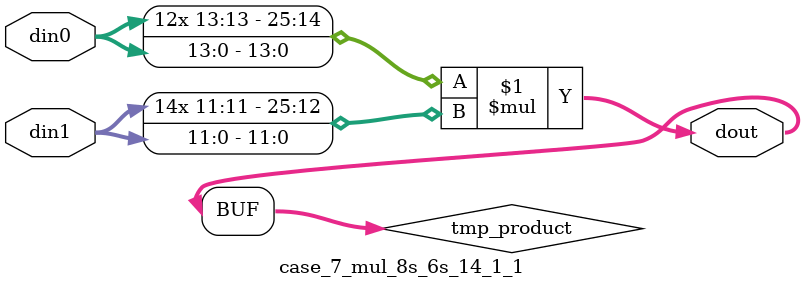
<source format=v>

`timescale 1 ns / 1 ps

 module case_7_mul_8s_6s_14_1_1(din0, din1, dout);
parameter ID = 1;
parameter NUM_STAGE = 0;
parameter din0_WIDTH = 14;
parameter din1_WIDTH = 12;
parameter dout_WIDTH = 26;

input [din0_WIDTH - 1 : 0] din0; 
input [din1_WIDTH - 1 : 0] din1; 
output [dout_WIDTH - 1 : 0] dout;

wire signed [dout_WIDTH - 1 : 0] tmp_product;



























assign tmp_product = $signed(din0) * $signed(din1);








assign dout = tmp_product;





















endmodule

</source>
